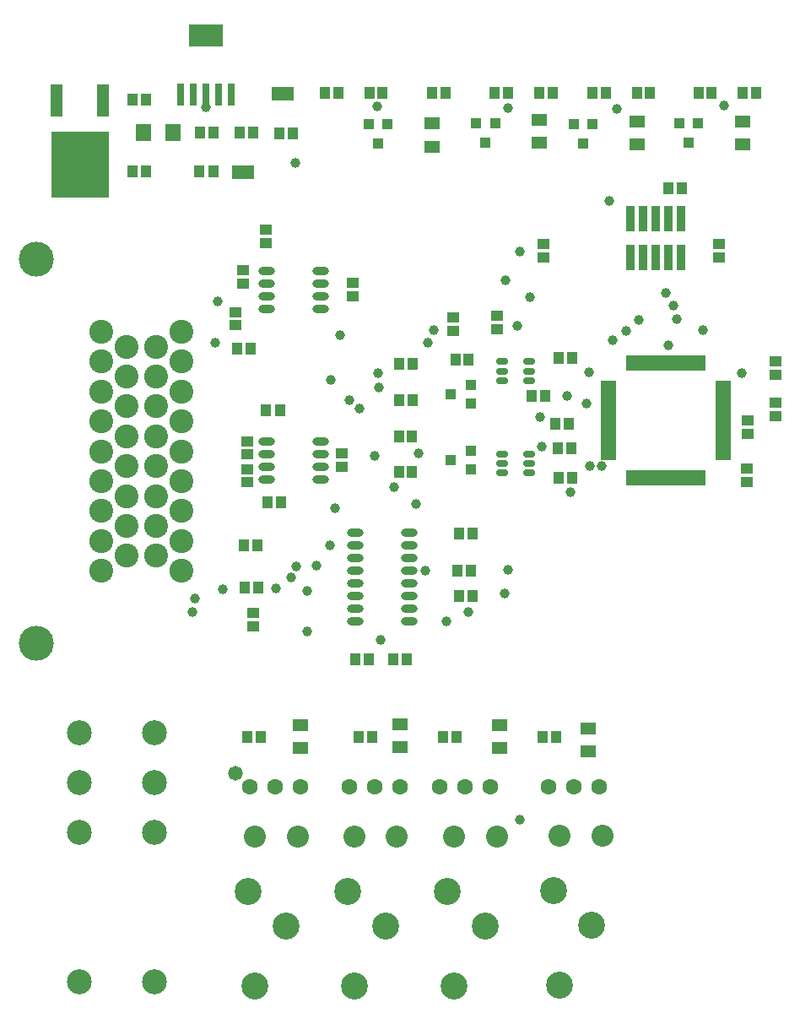
<source format=gts>
%FSLAX23Y23*%
%MOIN*%
%SFA1B1*%

%IPPOS*%
%ADD36R,0.037920X0.102490*%
%ADD37R,0.061150X0.019810*%
%ADD38R,0.019810X0.061150*%
%ADD39O,0.065090X0.031620*%
%ADD40O,0.047370X0.027690*%
%ADD41R,0.031620X0.090680*%
%ADD42R,0.133980X0.090680*%
%ADD43R,0.088710X0.053280*%
%ADD44R,0.045400X0.041470*%
%ADD45R,0.041470X0.045400*%
%ADD46R,0.047370X0.126110*%
%ADD47R,0.226500X0.259970*%
%ADD48R,0.039500X0.043430*%
%ADD49R,0.059180X0.051310*%
%ADD50R,0.043430X0.039500*%
%ADD51R,0.061150X0.065090*%
%ADD52R,0.043430X0.047370*%
%ADD53R,0.047370X0.043430*%
%ADD54C,0.063120*%
%ADD55C,0.094610*%
%ADD56C,0.137920*%
%ADD57C,0.106420*%
%ADD58C,0.086740*%
%ADD59C,0.098550*%
%ADD60C,0.058000*%
%ADD61C,0.038750*%
%LNvcu-1*%
%LPD*%
G54D36*
X2502Y3035D03*
Y3189D03*
X2552Y3035D03*
Y3189D03*
X2602Y3035D03*
Y3189D03*
X2652Y3035D03*
Y3189D03*
X2702Y3035D03*
Y3189D03*
G54D37*
X2415Y2540D03*
Y2520D03*
Y2501D03*
Y2481D03*
Y2461D03*
Y2442D03*
Y2422D03*
Y2402D03*
Y2383D03*
Y2363D03*
Y2343D03*
Y2324D03*
Y2304D03*
Y2284D03*
Y2265D03*
Y2245D03*
X2868D03*
Y2265D03*
Y2284D03*
Y2304D03*
Y2324D03*
Y2343D03*
Y2363D03*
Y2383D03*
Y2402D03*
Y2422D03*
Y2442D03*
Y2461D03*
Y2481D03*
Y2501D03*
Y2520D03*
Y2540D03*
G54D38*
X2494Y2166D03*
X2514D03*
X2534D03*
X2553D03*
X2573D03*
X2593D03*
X2612D03*
X2632D03*
X2652D03*
X2671D03*
X2691D03*
X2711D03*
X2730D03*
X2750D03*
X2770D03*
X2789D03*
Y2619D03*
X2770D03*
X2750D03*
X2730D03*
X2711D03*
X2691D03*
X2671D03*
X2652D03*
X2632D03*
X2612D03*
X2593D03*
X2573D03*
X2553D03*
X2534D03*
X2514D03*
X2494D03*
G54D39*
X1627Y1600D03*
Y1650D03*
Y1700D03*
Y1750D03*
Y1800D03*
Y1850D03*
Y1900D03*
Y1950D03*
X1413Y1600D03*
Y1650D03*
Y1700D03*
Y1750D03*
Y1800D03*
Y1850D03*
Y1900D03*
Y1950D03*
X1064Y2981D03*
Y2931D03*
Y2881D03*
Y2831D03*
X1279Y2981D03*
Y2931D03*
Y2881D03*
Y2831D03*
X1064Y2309D03*
Y2259D03*
Y2209D03*
Y2159D03*
X1279Y2309D03*
Y2259D03*
Y2209D03*
Y2159D03*
G54D40*
X1994Y2624D03*
Y2586D03*
Y2549D03*
X2100Y2624D03*
Y2586D03*
Y2549D03*
X1995Y2258D03*
Y2221D03*
Y2184D03*
X2101Y2258D03*
Y2221D03*
Y2184D03*
G54D41*
X724Y3677D03*
X774D03*
X824D03*
X874D03*
X924D03*
G54D42*
X824Y3912D03*
G54D43*
X1128Y3682D03*
X970Y3372D03*
G54D44*
X3074Y2572D03*
Y2624D03*
X2960Y2150D03*
Y2201D03*
X3075Y2410D03*
Y2461D03*
X1975Y2753D03*
Y2805D03*
X972Y2984D03*
Y2933D03*
X987Y2309D03*
Y2258D03*
G54D45*
X1965Y3685D03*
X2016D03*
X2142D03*
X2193D03*
X2770D03*
X2821D03*
X2944D03*
X2996D03*
X2352D03*
X2403D03*
X2528D03*
X2579D03*
X1295D03*
X1346D03*
X1522Y3686D03*
X1471D03*
X1719Y3685D03*
X1770D03*
X1810Y2631D03*
X1861D03*
X1588Y2188D03*
X1639D03*
X1588Y2330D03*
X1639D03*
G54D46*
X416Y3654D03*
X235D03*
G54D47*
X326Y3401D03*
G54D48*
X2732Y3487D03*
X2694Y3565D03*
X2769D03*
X2314Y3484D03*
X2277Y3563D03*
X2352D03*
X1929Y3487D03*
X1891Y3565D03*
X1966D03*
X1503Y3484D03*
X1466Y3562D03*
X1541D03*
G54D49*
X2141Y3488D03*
Y3578D03*
X2335Y1084D03*
Y1175D03*
X1591Y1102D03*
Y1193D03*
X1198Y1097D03*
Y1187D03*
X1985Y1097D03*
Y1187D03*
X2944Y3481D03*
Y3572D03*
X2527Y3481D03*
Y3572D03*
X1719Y3473D03*
Y3564D03*
G54D50*
X1791Y2495D03*
X1870Y2532D03*
Y2457D03*
X1791Y2235D03*
X1870Y2272D03*
Y2197D03*
G54D51*
X693Y3527D03*
X576D03*
G54D52*
X588Y3376D03*
X535D03*
X2111Y2487D03*
X2164D03*
X2652Y3307D03*
X2705D03*
X2213Y2283D03*
X2266D03*
X2204Y2379D03*
X2257D03*
X1468Y1448D03*
X1415D03*
X1564D03*
X1618D03*
X2270Y2637D03*
X2217D03*
X2270Y2165D03*
X2217D03*
X1062Y2433D03*
X1116D03*
X1115Y3526D03*
X1168D03*
X853Y3530D03*
X800D03*
X987Y1142D03*
X1040D03*
X1815D03*
X1762D03*
X1823Y1698D03*
X1876D03*
X1819Y1798D03*
X1872D03*
X1640Y2472D03*
X1587D03*
X799Y3374D03*
X853D03*
X957Y3527D03*
X1010D03*
X535Y3657D03*
X588D03*
X948Y2676D03*
X1001D03*
X1030Y1732D03*
X977D03*
X1028Y1898D03*
X975D03*
X1120Y2070D03*
X1067D03*
X1825Y1944D03*
X1878D03*
X1640Y2614D03*
X1587D03*
X1482Y1143D03*
X1429D03*
X2209Y1142D03*
X2155D03*
G54D53*
X2964Y2338D03*
Y2391D03*
X1062Y3093D03*
Y3146D03*
X1405Y2882D03*
Y2935D03*
X1361Y2209D03*
Y2262D03*
X1010Y1631D03*
Y1578D03*
X941Y2820D03*
Y2767D03*
X1801Y2744D03*
Y2797D03*
X988Y2200D03*
Y2147D03*
X2852Y3089D03*
Y3036D03*
X2158Y3089D03*
Y3036D03*
G54D54*
X1198Y945D03*
X1098D03*
X998D03*
X2379D03*
X2279D03*
X2179D03*
X1591D03*
X1491D03*
X1391D03*
X1946D03*
X1846D03*
X1746D03*
G54D55*
X726Y1798D03*
Y1916D03*
Y2034D03*
Y2152D03*
Y2270D03*
Y2388D03*
Y2506D03*
Y2624D03*
Y2742D03*
X628Y1857D03*
Y1975D03*
Y2093D03*
Y2211D03*
Y2329D03*
Y2447D03*
Y2565D03*
Y2683D03*
X510Y1857D03*
Y1975D03*
Y2093D03*
Y2211D03*
Y2329D03*
Y2447D03*
Y2565D03*
Y2683D03*
X411Y1798D03*
Y1916D03*
Y2034D03*
Y2152D03*
Y2270D03*
Y2388D03*
Y2506D03*
Y2624D03*
Y2742D03*
G54D56*
X155Y3028D03*
Y1512D03*
G54D57*
X1410Y158D03*
X1384Y532D03*
X1534Y394D03*
X1804Y158D03*
X1778Y532D03*
X1928Y394D03*
X1016Y158D03*
X991Y532D03*
X1140Y394D03*
X2222Y161D03*
X2197Y535D03*
X2346Y398D03*
G54D58*
X1579Y748D03*
X1410D03*
X1973D03*
X1804D03*
X1186D03*
X1016D03*
X2392Y752D03*
X2222D03*
G54D59*
X324Y1159D03*
X620D03*
X324Y765D03*
Y962D03*
X620Y765D03*
Y962D03*
Y175D03*
X324D03*
G54D60*
X940Y1000D03*
G54D61*
X1775Y1600D03*
X2055Y2765D03*
X2105Y2880D03*
X1515Y1525D03*
X1355Y2730D03*
X1860Y1635D03*
X892Y1724D03*
X2250Y2490D03*
X2430Y2710D03*
X2652Y2687D03*
X2485Y2745D03*
X2534Y2790D03*
X2326Y2460D03*
X1500Y3631D03*
X824Y3627D03*
X2005Y1707D03*
X2019Y1802D03*
X2151Y2287D03*
X2265Y2110D03*
X1180Y1816D03*
X1100Y1730D03*
X771Y1634D03*
X1224Y1559D03*
X1262Y1819D03*
X1507Y2522D03*
X2788Y2750D03*
X2684Y2792D03*
X2671Y2844D03*
X2870Y3635D03*
X2940Y2579D03*
X2447Y3622D03*
X2016Y3626D03*
X2145Y2406D03*
X2342Y2212D03*
X2063Y3058D03*
X1491Y2251D03*
X1431Y2438D03*
X1664Y2262D03*
X1504Y2580D03*
X1568Y2130D03*
X1391Y2473D03*
X1317Y2552D03*
X2388Y2211D03*
X1223Y1717D03*
X1160Y1773D03*
X871Y2861D03*
X2007Y2946D03*
X1723Y2750D03*
X2337Y2581D03*
X1653Y2062D03*
X2417Y3257D03*
X860Y2700D03*
X1176Y3408D03*
X1690Y1798D03*
X1700Y2697D03*
X1335Y2044D03*
X2641Y2895D03*
X780Y1687D03*
X1313Y1897D03*
X2065Y815D03*
M02*
</source>
